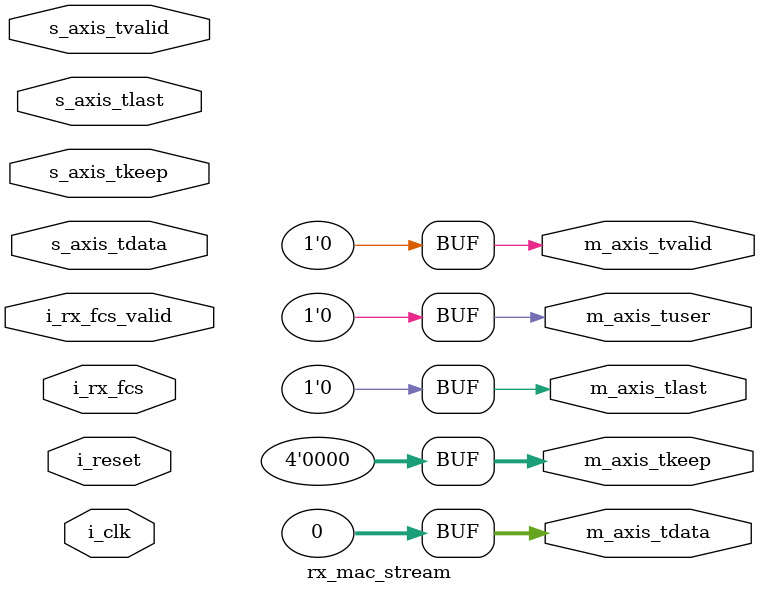
<source format=sv>
`timescale 1ns/1ps
`default_nettype none

module rx_mac_stream #(
    parameter int DATA_WIDTH   = 32,
    localparam int DATA_NBYTES = DATA_WIDTH / 8
) (
    input  wire                     i_clk,
    input  wire                     i_reset,
    input  wire [DATA_WIDTH-1:0]    s_axis_tdata,
    input  wire [DATA_NBYTES-1:0]   s_axis_tkeep,
    input  wire                     s_axis_tvalid,
    input  wire                     s_axis_tlast,
    input  wire [31:0]              i_rx_fcs,
    input  wire                     i_rx_fcs_valid,
    output logic [DATA_WIDTH-1:0]   m_axis_tdata,
    output logic [DATA_NBYTES-1:0]  m_axis_tkeep,
    output logic                    m_axis_tvalid,
    output logic                    m_axis_tlast,
    output logic                    m_axis_tuser
);

    // TODO: Implement the RX MAC Stream module
    //
    // Requirements:
    // 1. State Machine:
    //    - IDLE state: Wait for s_axis_tvalid to start receiving
    //    - DATA state: Pass through data and compute CRC
    //
    // 2. CRC Verification:
    //    - Instantiate the slicing_crc submodule to compute CRC
    //    - Compare computed CRC with i_rx_fcs on tlast
    //    - Report result via m_axis_tuser (1=OK, 0=error)
    //
    // 3. Output Stream:
    //    - Pass through tdata, tkeep, tvalid, tlast from input
    //    - Set tuser=1 if CRC matches, tuser=0 if mismatch or no FCS
    //
    // See docs/Specification.md for complete behavioral requirements.

    // Placeholder outputs
    assign m_axis_tdata  = '0;
    assign m_axis_tkeep  = '0;
    assign m_axis_tvalid = 1'b0;
    assign m_axis_tlast  = 1'b0;
    assign m_axis_tuser  = 1'b0;

endmodule

`default_nettype wire

</source>
